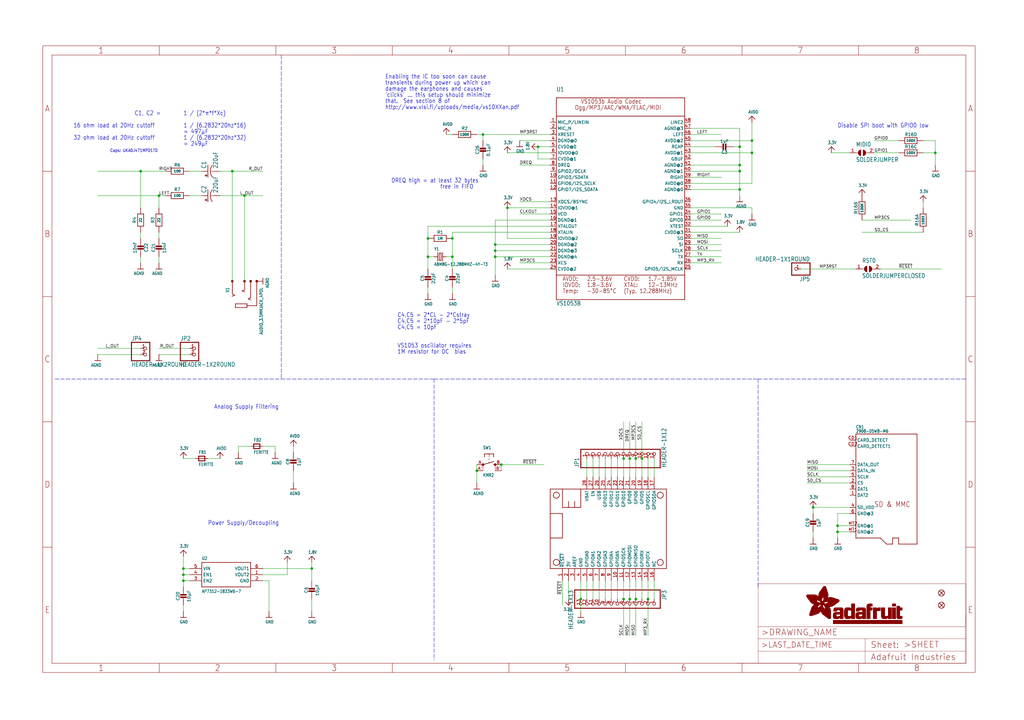
<source format=kicad_sch>
(kicad_sch (version 20211123) (generator eeschema)
  (paper "User" 425.45 299.161)
  (lib_symbols
    (symbol "schematicEagle-eagle-import:1.8V" (power)
      (property "Value" "1.8V" (at -1.524 1.016 0))
      (symbol "1.8V_1_0"
        (pin power_in line (at 0 -2.54 90) (length 2.54) (name "1.8V") (number "1"))
      )
    )
    (symbol "schematicEagle-eagle-import:3.3V" (power)
      (property "Value" "3.3V" (at -1.524 1.016 0))
      (symbol "3.3V_1_0"
        (pin power_in line (at 0 -2.54 90) (length 2.54) (name "3.3V") (number "1"))
      )
    )
    (symbol "schematicEagle-eagle-import:AGND" (power)
      (property "Value" "AGND" (at -1.524 -2.54 0))
      (symbol "AGND_1_0"
        (pin power_in line (at 0 2.54 270) (length 2.54) (name "AGND") (number "1"))
      )
    )
    (symbol "schematicEagle-eagle-import:AUDIO_3.5MMJACK_4POL"
      (property "Reference" "X" (at 2.54 6.35 0))
      (property "Value" "AUDIO_3.5MMJACK_4POL" (at 2.54 -7.62 0))
      (symbol "AUDIO_3.5MMJACK_4POL_1_0"
        (pin passive line (at 5.08 -5.08 180) (length 0) (name "TIP") (number "1-GND"))
        (pin passive line (at 5.08 0 180) (length 0) (name "RING3") (number "2-TIP"))
        (pin passive line (at 5.08 5.08 180) (length 0) (name "RING2") (number "3-OUTER_SLEEVE"))
        (pin passive line (at 5.08 -2.54 180) (length 0) (name "RING1") (number "4-INNER_SLEEVE"))
      )
    )
    (symbol "schematicEagle-eagle-import:AVDD" (power)
      (property "Value" "AVDD" (at -1.524 1.016 0))
      (symbol "AVDD_1_0"
        (pin power_in line (at 0 -2.54 90) (length 2.54) (name "AVDD") (number "1"))
      )
    )
    (symbol "schematicEagle-eagle-import:CAP_CERAMIC0603_NO"
      (property "Reference" "C" (at -2.29 1.25 90))
      (property "Value" "CAP_CERAMIC0603_NO" (at 2.3 1.25 90))
      (symbol "CAP_CERAMIC0603_NO_1_0"
        (pin passive line (at 0 5.08 270) (length 2.54) (name "1") (number "1"))
        (pin passive line (at 0 -2.54 90) (length 2.54) (name "2") (number "2"))
      )
    )
    (symbol "schematicEagle-eagle-import:CAP_CERAMIC0805-NOOUTLINE"
      (property "Reference" "C" (at -2.29 1.25 90))
      (property "Value" "CAP_CERAMIC0805-NOOUTLINE" (at 2.3 1.25 90))
      (symbol "CAP_CERAMIC0805-NOOUTLINE_1_0"
        (pin passive line (at 0 5.08 270) (length 2.54) (name "1") (number "1"))
        (pin passive line (at 0 -2.54 90) (length 2.54) (name "2") (number "2"))
      )
    )
    (symbol "schematicEagle-eagle-import:CAP_CERAMIC_0805MP"
      (property "Reference" "C" (at -2.29 1.25 90))
      (property "Value" "CAP_CERAMIC_0805MP" (at 2.3 1.25 90))
      (symbol "CAP_CERAMIC_0805MP_1_0"
        (pin passive line (at 0 5.08 270) (length 2.54) (name "1") (number "1"))
        (pin passive line (at 0 -2.54 90) (length 2.54) (name "2") (number "2"))
      )
    )
    (symbol "schematicEagle-eagle-import:CPOL-USC"
      (property "Reference" "C" (at 1.016 0.635 0))
      (property "Value" "CPOL-USC" (at 1.016 -4.191 0))
      (symbol "CPOL-USC_1_0"
        (pin passive line (at 0 2.54 270) (length 2.54) (name "+") (number "+"))
        (pin passive line (at 0 -5.08 90) (length 2.54) (name "-") (number "-"))
      )
    )
    (symbol "schematicEagle-eagle-import:CRYSTAL3.2X2.5"
      (property "Reference" "Y" (at -2.54 2.54 0))
      (property "Value" "CRYSTAL3.2X2.5" (at -2.54 -3.81 0))
      (symbol "CRYSTAL3.2X2.5_1_0"
        (pin passive line (at -2.54 0 0) (length 0) (name "1") (number "1"))
        (pin passive line (at 2.54 0 180) (length 0) (name "2") (number "2"))
      )
    )
    (symbol "schematicEagle-eagle-import:FEATHERWING_NODIM"
      (symbol "FEATHERWING_NODIM_1_0"
        (pin input line (at 5.08 -5.08 90) (length 5.08) (name "~{RESET}") (number "1"))
        (pin bidirectional line (at 27.94 -5.08 90) (length 5.08) (name "GPIOA5") (number "10"))
        (pin bidirectional line (at 30.48 -5.08 90) (length 5.08) (name "GPIOSCK") (number "11"))
        (pin bidirectional line (at 33.02 -5.08 90) (length 5.08) (name "GPIOMOSI") (number "12"))
        (pin bidirectional line (at 35.56 -5.08 90) (length 5.08) (name "GPIOMISO") (number "13"))
        (pin bidirectional line (at 38.1 -5.08 90) (length 5.08) (name "GPIORX") (number "14"))
        (pin bidirectional line (at 40.64 -5.08 90) (length 5.08) (name "GPIOTX") (number "15"))
        (pin passive line (at 43.18 -5.08 90) (length 5.08) (name "NC") (number "16"))
        (pin bidirectional line (at 43.18 38.1 270) (length 5.08) (name "GPIOSDA") (number "17"))
        (pin bidirectional line (at 40.64 38.1 270) (length 5.08) (name "GPIOSCL") (number "18"))
        (pin bidirectional line (at 38.1 38.1 270) (length 5.08) (name "GPIO5") (number "19"))
        (pin power_in line (at 7.62 -5.08 90) (length 5.08) (name "3V") (number "2"))
        (pin bidirectional line (at 35.56 38.1 270) (length 5.08) (name "GPIO6") (number "20"))
        (pin bidirectional line (at 33.02 38.1 270) (length 5.08) (name "GPIO9") (number "21"))
        (pin bidirectional line (at 30.48 38.1 270) (length 5.08) (name "GPIO10") (number "22"))
        (pin bidirectional line (at 27.94 38.1 270) (length 5.08) (name "GPIO11") (number "23"))
        (pin bidirectional line (at 25.4 38.1 270) (length 5.08) (name "GPIO12") (number "24"))
        (pin bidirectional line (at 22.86 38.1 270) (length 5.08) (name "GPIO13") (number "25"))
        (pin power_in line (at 20.32 38.1 270) (length 5.08) (name "USB") (number "26"))
        (pin passive line (at 17.78 38.1 270) (length 5.08) (name "EN") (number "27"))
        (pin power_in line (at 15.24 38.1 270) (length 5.08) (name "VBAT") (number "28"))
        (pin passive line (at 10.16 -5.08 90) (length 5.08) (name "AREF") (number "3"))
        (pin power_in line (at 12.7 -5.08 90) (length 5.08) (name "GND") (number "4"))
        (pin bidirectional line (at 15.24 -5.08 90) (length 5.08) (name "GPIOA0") (number "5"))
        (pin bidirectional line (at 17.78 -5.08 90) (length 5.08) (name "GPIOA1") (number "6"))
        (pin bidirectional line (at 20.32 -5.08 90) (length 5.08) (name "GPIOA2") (number "7"))
        (pin bidirectional line (at 22.86 -5.08 90) (length 5.08) (name "GPIOA3") (number "8"))
        (pin bidirectional line (at 25.4 -5.08 90) (length 5.08) (name "GPIOA4") (number "9"))
      )
    )
    (symbol "schematicEagle-eagle-import:FERRITE-0805NO"
      (property "Reference" "FB" (at -1.27 1.905 0))
      (property "Value" "FERRITE-0805NO" (at -1.27 -3.175 0))
      (symbol "FERRITE-0805NO_1_0"
        (pin passive line (at -2.54 0 0) (length 2.54) (name "P$1") (number "1"))
        (pin passive line (at 2.54 0 180) (length 2.54) (name "P$2") (number "2"))
      )
    )
    (symbol "schematicEagle-eagle-import:FIDUCIAL{dblquote}{dblquote}")
    (symbol "schematicEagle-eagle-import:FRAME_A3_ADAFRUIT"
      (symbol "FRAME_A3_ADAFRUIT_0_0"
        (text "1" (at 24.2094 1.905 0) (effects (font (size 2.54 2.286))))
        (text "1" (at 24.2094 258.445 0) (effects (font (size 2.54 2.286))))
        (text "2" (at 72.6281 1.905 0) (effects (font (size 2.54 2.286))))
        (text "2" (at 72.6281 258.445 0) (effects (font (size 2.54 2.286))))
        (text "3" (at 121.0469 1.905 0) (effects (font (size 2.54 2.286))))
        (text "3" (at 121.0469 258.445 0) (effects (font (size 2.54 2.286))))
        (text "4" (at 169.4656 1.905 0) (effects (font (size 2.54 2.286))))
        (text "4" (at 169.4656 258.445 0) (effects (font (size 2.54 2.286))))
        (text "5" (at 217.8844 1.905 0) (effects (font (size 2.54 2.286))))
        (text "5" (at 217.8844 258.445 0) (effects (font (size 2.54 2.286))))
        (text "6" (at 266.3031 1.905 0) (effects (font (size 2.54 2.286))))
        (text "6" (at 266.3031 258.445 0) (effects (font (size 2.54 2.286))))
        (text "7" (at 314.7219 1.905 0) (effects (font (size 2.54 2.286))))
        (text "7" (at 314.7219 258.445 0) (effects (font (size 2.54 2.286))))
        (text "8" (at 363.1406 1.905 0) (effects (font (size 2.54 2.286))))
        (text "8" (at 363.1406 258.445 0) (effects (font (size 2.54 2.286))))
        (text "A" (at 1.905 234.315 0) (effects (font (size 2.54 2.286))))
        (text "A" (at 385.445 234.315 0) (effects (font (size 2.54 2.286))))
        (text "B" (at 1.905 182.245 0) (effects (font (size 2.54 2.286))))
        (text "B" (at 385.445 182.245 0) (effects (font (size 2.54 2.286))))
        (text "C" (at 1.905 130.175 0) (effects (font (size 2.54 2.286))))
        (text "C" (at 385.445 130.175 0) (effects (font (size 2.54 2.286))))
        (text "D" (at 1.905 78.105 0) (effects (font (size 2.54 2.286))))
        (text "D" (at 385.445 78.105 0) (effects (font (size 2.54 2.286))))
        (text "E" (at 1.905 26.035 0) (effects (font (size 2.54 2.286))))
        (text "E" (at 385.445 26.035 0) (effects (font (size 2.54 2.286))))
      )
      (symbol "FRAME_A3_ADAFRUIT_1_0"
        (text ">DRAWING_NAME" (at 298.45 15.24 0) (effects (font (size 2.54 2.54)) (justify left bottom)))
        (text ">LAST_DATE_TIME" (at 298.45 10.16 0) (effects (font (size 2.286 2.286)) (justify left bottom)))
        (text ">SHEET" (at 357.505 10.16 0) (effects (font (size 2.54 2.54)) (justify left bottom)))
        (text "Adafruit Industries" (at 343.916 4.953 0) (effects (font (size 2.54 2.54)) (justify left bottom)))
        (text "Sheet:" (at 343.916 10.033 0) (effects (font (size 2.54 2.54)) (justify left bottom)))
      )
    )
    (symbol "schematicEagle-eagle-import:GND" (power)
      (property "Value" "GND" (at -1.524 -2.54 0))
      (symbol "GND_1_0"
        (pin power_in line (at 0 2.54 270) (length 2.54) (name "GND") (number "1"))
      )
    )
    (symbol "schematicEagle-eagle-import:HEADER-1X12"
      (property "Reference" "JP" (at -6.35 18.415 0))
      (property "Value" "HEADER-1X12" (at -6.35 -17.78 0))
      (symbol "HEADER-1X12_1_0"
        (pin passive inverted (at -2.54 15.24 0) (length 2.54) (name "1") (number "1"))
        (pin passive inverted (at -2.54 -7.62 0) (length 2.54) (name "10") (number "10"))
        (pin passive inverted (at -2.54 -10.16 0) (length 2.54) (name "11") (number "11"))
        (pin passive inverted (at -2.54 -12.7 0) (length 2.54) (name "12") (number "12"))
        (pin passive inverted (at -2.54 12.7 0) (length 2.54) (name "2") (number "2"))
        (pin passive inverted (at -2.54 10.16 0) (length 2.54) (name "3") (number "3"))
        (pin passive inverted (at -2.54 7.62 0) (length 2.54) (name "4") (number "4"))
        (pin passive inverted (at -2.54 5.08 0) (length 2.54) (name "5") (number "5"))
        (pin passive inverted (at -2.54 2.54 0) (length 2.54) (name "6") (number "6"))
        (pin passive inverted (at -2.54 0 0) (length 2.54) (name "7") (number "7"))
        (pin passive inverted (at -2.54 -2.54 0) (length 2.54) (name "8") (number "8"))
        (pin passive inverted (at -2.54 -5.08 0) (length 2.54) (name "9") (number "9"))
      )
    )
    (symbol "schematicEagle-eagle-import:HEADER-1X13"
      (property "Reference" "JP" (at -6.35 18.415 0))
      (property "Value" "HEADER-1X13" (at -6.35 -20.32 0))
      (symbol "HEADER-1X13_1_0"
        (pin passive inverted (at -2.54 15.24 0) (length 2.54) (name "1") (number "1"))
        (pin passive inverted (at -2.54 -7.62 0) (length 2.54) (name "10") (number "10"))
        (pin passive inverted (at -2.54 -10.16 0) (length 2.54) (name "11") (number "11"))
        (pin passive inverted (at -2.54 -12.7 0) (length 2.54) (name "12") (number "12"))
        (pin passive inverted (at -2.54 -15.24 0) (length 2.54) (name "13") (number "13"))
        (pin passive inverted (at -2.54 12.7 0) (length 2.54) (name "2") (number "2"))
        (pin passive inverted (at -2.54 10.16 0) (length 2.54) (name "3") (number "3"))
        (pin passive inverted (at -2.54 7.62 0) (length 2.54) (name "4") (number "4"))
        (pin passive inverted (at -2.54 5.08 0) (length 2.54) (name "5") (number "5"))
        (pin passive inverted (at -2.54 2.54 0) (length 2.54) (name "6") (number "6"))
        (pin passive inverted (at -2.54 0 0) (length 2.54) (name "7") (number "7"))
        (pin passive inverted (at -2.54 -2.54 0) (length 2.54) (name "8") (number "8"))
        (pin passive inverted (at -2.54 -5.08 0) (length 2.54) (name "9") (number "9"))
      )
    )
    (symbol "schematicEagle-eagle-import:HEADER-1X1ROUND"
      (property "Reference" "JP" (at -6.35 3.175 0))
      (property "Value" "HEADER-1X1ROUND" (at -6.35 -5.08 0))
      (symbol "HEADER-1X1ROUND_1_0"
        (pin passive inverted (at -2.54 0 0) (length 2.54) (name "1") (number "1"))
      )
    )
    (symbol "schematicEagle-eagle-import:HEADER-1X2ROUND"
      (property "Reference" "JP" (at -6.35 5.715 0))
      (property "Value" "HEADER-1X2ROUND" (at -6.35 -5.08 0))
      (symbol "HEADER-1X2ROUND_1_0"
        (pin passive inverted (at -2.54 2.54 0) (length 2.54) (name "1") (number "1"))
        (pin passive inverted (at -2.54 0 0) (length 2.54) (name "2") (number "2"))
      )
    )
    (symbol "schematicEagle-eagle-import:MICROSD"
      (property "Reference" "X" (at -12.7 22.606 0))
      (property "Value" "MICROSD" (at -12.7 20.828 0))
      (symbol "MICROSD_1_0"
        (text "SD & MMC" (at -5.08 -10.16 0) (effects (font (size 2.1844 1.8567)) (justify left bottom)))
        (pin bidirectional line (at -15.24 -5.08 0) (length 2.54) (name "DAT2") (number "1"))
        (pin input line (at -15.24 0 0) (length 2.54) (name "CS") (number "2"))
        (pin input line (at -15.24 5.08 0) (length 2.54) (name "DATA_IN") (number "3"))
        (pin power_in line (at -15.24 -10.16 0) (length 2.54) (name "SD_VDD") (number "4"))
        (pin input line (at -15.24 2.54 0) (length 2.54) (name "SCLK") (number "5"))
        (pin power_in line (at -15.24 -12.7 0) (length 2.54) (name "GND@3") (number "6"))
        (pin output line (at -15.24 7.62 0) (length 2.54) (name "DATA_OUT") (number "7"))
        (pin bidirectional line (at -15.24 -2.54 0) (length 2.54) (name "DAT1") (number "8"))
        (pin passive line (at -15.24 17.78 0) (length 2.54) (name "CARD_DETECT") (number "CD1"))
        (pin passive line (at -15.24 15.24 0) (length 2.54) (name "CARD_DETECT1") (number "CD2"))
        (pin power_in line (at -15.24 -20.32 0) (length 2.54) (name "GND@2") (number "MT1"))
        (pin power_in line (at -15.24 -17.78 0) (length 2.54) (name "GND@1") (number "MT2"))
      )
    )
    (symbol "schematicEagle-eagle-import:RESISTOR_0603_NOOUT"
      (property "Reference" "R" (at 0 2.54 0))
      (property "Value" "RESISTOR_0603_NOOUT" (at 0 0 0))
      (symbol "RESISTOR_0603_NOOUT_1_0"
        (pin passive line (at -5.08 0 0) (length 2.54) (name "1") (number "1"))
        (pin passive line (at 5.08 0 180) (length 2.54) (name "2") (number "2"))
      )
    )
    (symbol "schematicEagle-eagle-import:RESISTOR_4PACK"
      (property "Reference" "R" (at 0 2.54 0))
      (property "Value" "RESISTOR_4PACK" (at 0 0 0))
      (symbol "RESISTOR_4PACK_1_0"
        (pin passive line (at -5.08 0 0) (length 2.54) (name "1") (number "1"))
        (pin passive line (at 5.08 0 180) (length 2.54) (name "2") (number "8"))
      )
      (symbol "RESISTOR_4PACK_2_0"
        (pin passive line (at -5.08 0 0) (length 2.54) (name "1") (number "2"))
        (pin passive line (at 5.08 0 180) (length 2.54) (name "2") (number "7"))
      )
      (symbol "RESISTOR_4PACK_3_0"
        (pin passive line (at -5.08 0 0) (length 2.54) (name "1") (number "3"))
        (pin passive line (at 5.08 0 180) (length 2.54) (name "2") (number "6"))
      )
      (symbol "RESISTOR_4PACK_4_0"
        (pin passive line (at -5.08 0 0) (length 2.54) (name "1") (number "4"))
        (pin passive line (at 5.08 0 180) (length 2.54) (name "2") (number "5"))
      )
    )
    (symbol "schematicEagle-eagle-import:SOLDERJUMPER"
      (property "Reference" "SJ" (at -2.54 2.54 0))
      (property "Value" "SOLDERJUMPER" (at -2.54 -3.81 0))
      (symbol "SOLDERJUMPER_1_0"
        (pin passive line (at -5.08 0 0) (length 2.54) (name "1") (number "1"))
        (pin passive line (at 5.08 0 180) (length 2.54) (name "2") (number "2"))
      )
    )
    (symbol "schematicEagle-eagle-import:SOLDERJUMPERCLOSED"
      (property "Reference" "SJ" (at -2.54 2.54 0))
      (property "Value" "SOLDERJUMPERCLOSED" (at -2.54 -3.81 0))
      (symbol "SOLDERJUMPERCLOSED_1_0"
        (pin passive line (at -5.08 0 0) (length 2.54) (name "1") (number "1"))
        (pin passive line (at 5.08 0 180) (length 2.54) (name "2") (number "2"))
      )
    )
    (symbol "schematicEagle-eagle-import:SWITCH_TACT_SMT4.6X2.8"
      (property "Reference" "SW" (at -2.54 6.35 0))
      (property "Value" "SWITCH_TACT_SMT4.6X2.8" (at -2.54 -5.08 0))
      (symbol "SWITCH_TACT_SMT4.6X2.8_1_0"
        (pin passive line (at -5.08 0 0) (length 2.54) (name "P") (number "A"))
        (pin passive line (at -5.08 -2.54 0) (length 2.54) (name "P1") (number "A'"))
        (pin passive line (at 5.08 0 180) (length 2.54) (name "S") (number "B"))
        (pin passive line (at 5.08 -2.54 180) (length 2.54) (name "S1") (number "B'"))
      )
    )
    (symbol "schematicEagle-eagle-import:VREG_SOT23-6_DUALAP7312"
      (property "Reference" "U" (at -10.16 6.096 0))
      (property "Value" "VREG_SOT23-6_DUALAP7312" (at -10.16 -7.62 0))
      (symbol "VREG_SOT23-6_DUALAP7312_1_0"
        (pin bidirectional line (at 15.24 0 180) (length 5.08) (name "VOUT2") (number "1"))
        (pin bidirectional line (at 15.24 -2.54 180) (length 5.08) (name "GND") (number "2"))
        (pin bidirectional line (at -15.24 -2.54 0) (length 5.08) (name "EN2") (number "3"))
        (pin bidirectional line (at -15.24 0 0) (length 5.08) (name "EN1") (number "4"))
        (pin bidirectional line (at -15.24 2.54 0) (length 5.08) (name "VIN") (number "5"))
        (pin bidirectional line (at 15.24 2.54 180) (length 5.08) (name "VOUT1") (number "6"))
      )
    )
    (symbol "schematicEagle-eagle-import:VS1053B"
      (property "Reference" "U" (at -25.4 43.18 0))
      (property "Value" "VS1053B" (at -25.4 -45.72 0))
      (symbol "VS1053B_1_0"
        (text "(Typ. 12.288MHz)" (at 2.54 -40.64 0) (effects (font (size 1.778 1.5113)) (justify left bottom)))
        (text "-30-85°C" (at -12.7 -40.64 0) (effects (font (size 1.778 1.5113)) (justify left bottom)))
        (text "1.7-1.85V" (at 12.7 -35.56 0) (effects (font (size 1.778 1.5113)) (justify left bottom)))
        (text "1.8-3.6V" (at -12.7 -38.1 0) (effects (font (size 1.778 1.5113)) (justify left bottom)))
        (text "12-13MHz" (at 12.7 -38.1 0) (effects (font (size 1.778 1.5113)) (justify left bottom)))
        (text "2.5-3.6V" (at -12.7 -35.56 0) (effects (font (size 1.778 1.5113)) (justify left bottom)))
        (text "AVDD:" (at -22.86 -35.56 0) (effects (font (size 1.778 1.5113)) (justify left bottom)))
        (text "CVDD:" (at 2.54 -35.56 0) (effects (font (size 1.778 1.5113)) (justify left bottom)))
        (text "IOVDD:" (at -22.86 -38.1 0) (effects (font (size 1.778 1.5113)) (justify left bottom)))
        (text "Ogg/MP3/AAC/WMA/FLAC/MIDI" (at -17.78 35.56 0) (effects (font (size 1.778 1.5113)) (justify left bottom)))
        (text "Temp:" (at -22.86 -40.64 0) (effects (font (size 1.778 1.5113)) (justify left bottom)))
        (text "VS1053b Audio Codec" (at -15.24 38.1 0) (effects (font (size 1.778 1.5113)) (justify left bottom)))
        (text "XTAL:" (at 2.54 -38.1 0) (effects (font (size 1.778 1.5113)) (justify left bottom)))
        (pin bidirectional line (at -27.94 30.48 0) (length 2.54) (name "MIC_P/LINEIN") (number "1"))
        (pin bidirectional line (at -27.94 7.62 0) (length 2.54) (name "GPIO3/SDATA") (number "10"))
        (pin bidirectional line (at -27.94 5.08 0) (length 2.54) (name "GPIO6/I2S_SCLK") (number "11"))
        (pin bidirectional line (at -27.94 2.54 0) (length 2.54) (name "GPIO7/I2S_SDATA") (number "12"))
        (pin bidirectional line (at -27.94 -2.54 0) (length 2.54) (name "XDCS/BSYNC") (number "13"))
        (pin power_in line (at -27.94 -5.08 0) (length 2.54) (name "IOVDD@1") (number "14"))
        (pin bidirectional line (at -27.94 -7.62 0) (length 2.54) (name "VCO") (number "15"))
        (pin power_in line (at -27.94 -10.16 0) (length 2.54) (name "DGND@1") (number "16"))
        (pin output line (at -27.94 -12.7 0) (length 2.54) (name "XTALOUT") (number "17"))
        (pin input line (at -27.94 -15.24 0) (length 2.54) (name "XTALIN") (number "18"))
        (pin power_in line (at -27.94 -17.78 0) (length 2.54) (name "IOVDD@2") (number "19"))
        (pin bidirectional line (at -27.94 27.94 0) (length 2.54) (name "MIC_N") (number "2"))
        (pin power_in line (at -27.94 -20.32 0) (length 2.54) (name "DGND@2") (number "20"))
        (pin power_in line (at -27.94 -22.86 0) (length 2.54) (name "DGND@3") (number "21"))
        (pin power_in line (at -27.94 -25.4 0) (length 2.54) (name "DGND@4") (number "22"))
        (pin bidirectional line (at -27.94 -27.94 0) (length 2.54) (name "XCS") (number "23"))
        (pin power_in line (at -27.94 -30.48 0) (length 2.54) (name "CVDD@2") (number "24"))
        (pin bidirectional line (at 30.48 -30.48 180) (length 2.54) (name "GPIO5/I2S_MCLK") (number "25"))
        (pin bidirectional line (at 30.48 -27.94 180) (length 2.54) (name "RX") (number "26"))
        (pin bidirectional line (at 30.48 -25.4 180) (length 2.54) (name "TX") (number "27"))
        (pin bidirectional line (at 30.48 -22.86 180) (length 2.54) (name "SCLK") (number "28"))
        (pin bidirectional line (at 30.48 -20.32 180) (length 2.54) (name "SI") (number "29"))
        (pin bidirectional line (at -27.94 25.4 0) (length 2.54) (name "XRESET") (number "3"))
        (pin bidirectional line (at 30.48 -17.78 180) (length 2.54) (name "SO") (number "30"))
        (pin power_in line (at 30.48 -15.24 180) (length 2.54) (name "CVDD@3") (number "31"))
        (pin bidirectional line (at 30.48 -12.7 180) (length 2.54) (name "XTEST") (number "32"))
        (pin bidirectional line (at 30.48 -10.16 180) (length 2.54) (name "GPIO0") (number "33"))
        (pin bidirectional line (at 30.48 -7.62 180) (length 2.54) (name "GPIO1") (number "34"))
        (pin power_in line (at 30.48 -5.08 180) (length 2.54) (name "GND") (number "35"))
        (pin bidirectional line (at 30.48 -2.54 180) (length 2.54) (name "GPIO4/I2S_LROUT") (number "36"))
        (pin power_in line (at 30.48 2.54 180) (length 2.54) (name "AGND@0") (number "37"))
        (pin power_in line (at 30.48 5.08 180) (length 2.54) (name "AVDD@0") (number "38"))
        (pin bidirectional line (at 30.48 7.62 180) (length 2.54) (name "RIGHT") (number "39"))
        (pin power_in line (at -27.94 22.86 0) (length 2.54) (name "DGND@0") (number "4"))
        (pin power_in line (at 30.48 10.16 180) (length 2.54) (name "AGND@1") (number "40"))
        (pin power_in line (at 30.48 12.7 180) (length 2.54) (name "AGND@2") (number "41"))
        (pin bidirectional line (at 30.48 15.24 180) (length 2.54) (name "GBUF") (number "42"))
        (pin power_in line (at 30.48 17.78 180) (length 2.54) (name "AVDD@1") (number "43"))
        (pin bidirectional line (at 30.48 20.32 180) (length 2.54) (name "RCAP") (number "44"))
        (pin power_in line (at 30.48 22.86 180) (length 2.54) (name "AVDD@2") (number "45"))
        (pin bidirectional line (at 30.48 25.4 180) (length 2.54) (name "LEFT") (number "46"))
        (pin power_in line (at 30.48 27.94 180) (length 2.54) (name "AGND@3") (number "47"))
        (pin bidirectional line (at 30.48 30.48 180) (length 2.54) (name "LINE2") (number "48"))
        (pin power_in line (at -27.94 20.32 0) (length 2.54) (name "CVDD@0") (number "5"))
        (pin power_in line (at -27.94 17.78 0) (length 2.54) (name "IOVDD@0") (number "6"))
        (pin power_in line (at -27.94 15.24 0) (length 2.54) (name "CVDD@1") (number "7"))
        (pin bidirectional line (at -27.94 12.7 0) (length 2.54) (name "DREQ") (number "8"))
        (pin bidirectional line (at -27.94 10.16 0) (length 2.54) (name "GPIO2/DCLK") (number "9"))
      )
    )
  )
  (junction (at 200.66 55.88))
  (junction (at 259.08 248.92))
  (junction (at 58.42 71.12))
  (junction (at 312.42 58.42))
  (junction (at 205.74 104.14))
  (junction (at 205.74 101.6))
  (junction (at 66.04 81.28))
  (junction (at 347.98 220.98))
  (junction (at 337.82 210.82))
  (junction (at 269.24 248.92))
  (junction (at 76.2 238.76))
  (junction (at 312.42 63.5))
  (junction (at 307.34 60.96))
  (junction (at 223.52 60.96))
  (junction (at 187.96 106.68))
  (junction (at 264.16 190.5))
  (junction (at 307.34 78.74))
  (junction (at 259.08 190.5))
  (junction (at 187.96 99.06))
  (junction (at 210.82 86.36))
  (junction (at 129.54 236.22))
  (junction (at 177.8 99.06))
  (junction (at 347.98 218.44))
  (junction (at 261.62 190.5))
  (junction (at 307.34 71.12))
  (junction (at 76.2 241.3))
  (junction (at 264.16 248.92))
  (junction (at 198.12 195.58))
  (junction (at 96.52 71.12))
  (junction (at 101.6 81.28))
  (junction (at 261.62 248.92))
  (junction (at 266.7 190.5))
  (junction (at 208.28 193.04))
  (junction (at 205.74 106.68))
  (junction (at 76.2 236.22))
  (junction (at 241.3 248.92))
  (junction (at 388.62 63.5))
  (junction (at 307.34 68.58))
  (junction (at 177.8 106.68))
  (wire (pts (xy 287.02 104.14) (xy 299.72 104.14)))
  (wire (pts (xy 208.28 193.04) (xy 208.28 195.58)))
  (wire (pts (xy 269.24 248.92) (xy 269.24 241.3)))
  (wire (pts (xy 307.34 71.12) (xy 307.34 78.74)))
  (wire (pts (xy 76.2 241.3) (xy 76.2 243.84)))
  (wire (pts (xy 228.6 106.68) (xy 205.74 106.68)))
  (wire (pts (xy 236.22 248.92) (xy 236.22 241.3)))
  (wire (pts (xy 287.02 101.6) (xy 299.72 101.6)))
  (wire (pts (xy 66.04 147.32) (xy 78.74 147.32)))
  (wire (pts (xy 287.02 76.2) (xy 312.42 76.2)))
  (wire (pts (xy 383.54 58.42) (xy 388.62 58.42)))
  (wire (pts (xy 228.6 93.98) (xy 177.8 93.98)))
  (wire (pts (xy 228.6 109.22) (xy 215.9 109.22)))
  (wire (pts (xy 251.46 190.5) (xy 251.46 198.12)))
  (wire (pts (xy 264.16 190.5) (xy 264.16 198.12)))
  (wire (pts (xy 121.92 195.58) (xy 121.92 200.66)))
  (wire (pts (xy 58.42 71.12) (xy 58.42 86.36)))
  (wire (pts (xy 66.04 81.28) (xy 40.64 81.28)))
  (wire (pts (xy 76.2 251.46) (xy 76.2 254)))
  (wire (pts (xy 246.38 190.5) (xy 246.38 198.12)))
  (wire (pts (xy 261.62 264.16) (xy 261.62 248.92)))
  (wire (pts (xy 109.22 236.22) (xy 129.54 236.22)))
  (wire (pts (xy 251.46 248.92) (xy 251.46 241.3)))
  (wire (pts (xy 347.98 213.36) (xy 347.98 218.44)))
  (wire (pts (xy 287.02 99.06) (xy 299.72 99.06)))
  (wire (pts (xy 287.02 88.9) (xy 299.72 88.9)))
  (wire (pts (xy 353.06 210.82) (xy 337.82 210.82)))
  (wire (pts (xy 187.96 99.06) (xy 187.96 106.68)))
  (wire (pts (xy 254 248.92) (xy 254 241.3)))
  (wire (pts (xy 205.74 101.6) (xy 205.74 104.14)))
  (polyline (pts (xy 314.96 157.48) (xy 401.32 157.48)))
  (wire (pts (xy 243.84 248.92) (xy 243.84 241.3)))
  (wire (pts (xy 248.92 248.92) (xy 248.92 241.3)))
  (wire (pts (xy 78.74 81.28) (xy 83.82 81.28)))
  (wire (pts (xy 312.42 63.5) (xy 312.42 76.2)))
  (wire (pts (xy 287.02 78.74) (xy 307.34 78.74)))
  (wire (pts (xy 228.6 91.44) (xy 205.74 91.44)))
  (wire (pts (xy 68.58 71.12) (xy 58.42 71.12)))
  (wire (pts (xy 114.3 185.42) (xy 114.3 187.96)))
  (wire (pts (xy 177.8 99.06) (xy 177.8 106.68)))
  (wire (pts (xy 121.92 185.42) (xy 121.92 187.96)))
  (wire (pts (xy 347.98 218.44) (xy 347.98 220.98)))
  (wire (pts (xy 68.58 81.28) (xy 66.04 81.28)))
  (wire (pts (xy 269.24 190.5) (xy 269.24 198.12)))
  (wire (pts (xy 256.54 248.92) (xy 256.54 241.3)))
  (wire (pts (xy 200.66 66.04) (xy 200.66 68.58)))
  (wire (pts (xy 256.54 190.5) (xy 256.54 198.12)))
  (wire (pts (xy 307.34 68.58) (xy 307.34 71.12)))
  (wire (pts (xy 40.64 147.32) (xy 58.42 147.32)))
  (wire (pts (xy 388.62 63.5) (xy 388.62 68.58)))
  (wire (pts (xy 264.16 190.5) (xy 264.16 175.26)))
  (wire (pts (xy 177.8 93.98) (xy 177.8 99.06)))
  (polyline (pts (xy 22.86 157.48) (xy 116.84 157.48)))
  (wire (pts (xy 228.6 63.5) (xy 210.82 63.5)))
  (wire (pts (xy 76.2 238.76) (xy 76.2 236.22)))
  (wire (pts (xy 205.74 106.68) (xy 205.74 114.3)))
  (wire (pts (xy 353.06 200.66) (xy 335.28 200.66)))
  (wire (pts (xy 259.08 248.92) (xy 259.08 241.3)))
  (wire (pts (xy 205.74 91.44) (xy 205.74 101.6)))
  (wire (pts (xy 378.46 91.44) (xy 358.14 91.44)))
  (wire (pts (xy 119.38 238.76) (xy 119.38 233.68)))
  (wire (pts (xy 228.6 55.88) (xy 200.66 55.88)))
  (wire (pts (xy 353.06 195.58) (xy 335.28 195.58)))
  (wire (pts (xy 264.16 248.92) (xy 264.16 241.3)))
  (wire (pts (xy 76.2 236.22) (xy 76.2 231.14)))
  (wire (pts (xy 200.66 55.88) (xy 200.66 58.42)))
  (wire (pts (xy 312.42 86.36) (xy 312.42 88.9)))
  (wire (pts (xy 187.96 55.88) (xy 185.42 55.88)))
  (wire (pts (xy 383.54 86.36) (xy 383.54 83.82)))
  (wire (pts (xy 99.06 185.42) (xy 104.14 185.42)))
  (polyline (pts (xy 180.34 157.48) (xy 314.96 157.48)))
  (wire (pts (xy 355.6 111.76) (xy 332.74 111.76)))
  (wire (pts (xy 66.04 81.28) (xy 66.04 86.36)))
  (wire (pts (xy 259.08 190.5) (xy 259.08 175.26)))
  (wire (pts (xy 228.6 58.42) (xy 215.9 58.42)))
  (wire (pts (xy 210.82 99.06) (xy 210.82 86.36)))
  (wire (pts (xy 383.54 63.5) (xy 388.62 63.5)))
  (wire (pts (xy 353.06 63.5) (xy 345.44 63.5)))
  (wire (pts (xy 228.6 99.06) (xy 210.82 99.06)))
  (wire (pts (xy 78.74 144.78) (xy 66.04 144.78)))
  (wire (pts (xy 307.34 78.74) (xy 307.34 81.28)))
  (wire (pts (xy 307.34 60.96) (xy 307.34 68.58)))
  (wire (pts (xy 287.02 63.5) (xy 312.42 63.5)))
  (wire (pts (xy 91.44 81.28) (xy 101.6 81.28)))
  (wire (pts (xy 78.74 238.76) (xy 76.2 238.76)))
  (wire (pts (xy 261.62 190.5) (xy 261.62 198.12)))
  (wire (pts (xy 228.6 111.76) (xy 210.82 111.76)))
  (wire (pts (xy 287.02 93.98) (xy 302.26 93.98)))
  (wire (pts (xy 66.04 106.68) (xy 66.04 109.22)))
  (wire (pts (xy 241.3 248.92) (xy 241.3 241.3)))
  (wire (pts (xy 76.2 190.5) (xy 81.28 190.5)))
  (wire (pts (xy 363.22 58.42) (xy 373.38 58.42)))
  (wire (pts (xy 111.76 241.3) (xy 111.76 254)))
  (wire (pts (xy 312.42 50.8) (xy 312.42 58.42)))
  (wire (pts (xy 287.02 53.34) (xy 307.34 53.34)))
  (wire (pts (xy 248.92 190.5) (xy 248.92 198.12)))
  (polyline (pts (xy 180.34 157.48) (xy 180.34 274.32)))
  (wire (pts (xy 205.74 104.14) (xy 205.74 106.68)))
  (wire (pts (xy 337.82 210.82) (xy 337.82 213.36)))
  (wire (pts (xy 363.22 63.5) (xy 373.38 63.5)))
  (wire (pts (xy 96.52 71.12) (xy 109.22 71.12)))
  (wire (pts (xy 129.54 236.22) (xy 129.54 233.68)))
  (wire (pts (xy 261.62 175.26) (xy 261.62 190.5)))
  (wire (pts (xy 297.18 60.96) (xy 287.02 60.96)))
  (wire (pts (xy 86.36 190.5) (xy 91.44 190.5)))
  (polyline (pts (xy 116.84 22.86) (xy 116.84 157.48)))
  (wire (pts (xy 228.6 66.04) (xy 223.52 66.04)))
  (wire (pts (xy 287.02 96.52) (xy 307.34 96.52)))
  (wire (pts (xy 337.82 220.98) (xy 337.82 223.52)))
  (wire (pts (xy 198.12 195.58) (xy 198.12 200.66)))
  (wire (pts (xy 228.6 86.36) (xy 210.82 86.36)))
  (wire (pts (xy 388.62 58.42) (xy 388.62 63.5)))
  (wire (pts (xy 233.68 241.3) (xy 233.68 251.46)))
  (wire (pts (xy 271.78 248.92) (xy 271.78 241.3)))
  (wire (pts (xy 177.8 119.38) (xy 177.8 121.92)))
  (wire (pts (xy 78.74 71.12) (xy 83.82 71.12)))
  (wire (pts (xy 91.44 71.12) (xy 96.52 71.12)))
  (wire (pts (xy 266.7 190.5) (xy 266.7 175.26)))
  (wire (pts (xy 99.06 187.96) (xy 99.06 185.42)))
  (wire (pts (xy 287.02 86.36) (xy 312.42 86.36)))
  (wire (pts (xy 78.74 236.22) (xy 76.2 236.22)))
  (wire (pts (xy 208.28 193.04) (xy 226.06 193.04)))
  (wire (pts (xy 304.8 60.96) (xy 307.34 60.96)))
  (wire (pts (xy 271.78 190.5) (xy 271.78 198.12)))
  (polyline (pts (xy 116.84 157.48) (xy 180.34 157.48)))
  (wire (pts (xy 78.74 241.3) (xy 76.2 241.3)))
  (wire (pts (xy 287.02 109.22) (xy 299.72 109.22)))
  (wire (pts (xy 353.06 198.12) (xy 335.28 198.12)))
  (wire (pts (xy 287.02 68.58) (xy 307.34 68.58)))
  (wire (pts (xy 185.42 106.68) (xy 187.96 106.68)))
  (wire (pts (xy 347.98 220.98) (xy 347.98 223.52)))
  (wire (pts (xy 96.52 116.84) (xy 96.52 71.12)))
  (wire (pts (xy 353.06 218.44) (xy 347.98 218.44)))
  (wire (pts (xy 353.06 213.36) (xy 347.98 213.36)))
  (wire (pts (xy 246.38 248.92) (xy 246.38 241.3)))
  (wire (pts (xy 58.42 106.68) (xy 58.42 109.22)))
  (wire (pts (xy 287.02 71.12) (xy 307.34 71.12)))
  (wire (pts (xy 177.8 106.68) (xy 177.8 111.76)))
  (wire (pts (xy 287.02 73.66) (xy 299.72 73.66)))
  (wire (pts (xy 109.22 241.3) (xy 111.76 241.3)))
  (wire (pts (xy 228.6 68.58) (xy 215.9 68.58)))
  (wire (pts (xy 187.96 119.38) (xy 187.96 121.92)))
  (wire (pts (xy 365.76 111.76) (xy 391.16 111.76)))
  (wire (pts (xy 307.34 53.34) (xy 307.34 60.96)))
  (wire (pts (xy 287.02 58.42) (xy 312.42 58.42)))
  (wire (pts (xy 287.02 55.88) (xy 299.72 55.88)))
  (wire (pts (xy 266.7 248.92) (xy 266.7 241.3)))
  (wire (pts (xy 353.06 220.98) (xy 347.98 220.98)))
  (wire (pts (xy 129.54 248.92) (xy 129.54 254)))
  (wire (pts (xy 228.6 83.82) (xy 215.9 83.82)))
  (wire (pts (xy 383.54 96.52) (xy 358.14 96.52)))
  (wire (pts (xy 228.6 60.96) (xy 223.52 60.96)))
  (wire (pts (xy 101.6 81.28) (xy 109.22 81.28)))
  (wire (pts (xy 264.16 248.92) (xy 264.16 264.16)))
  (wire (pts (xy 228.6 104.14) (xy 205.74 104.14)))
  (wire (pts (xy 109.22 238.76) (xy 119.38 238.76)))
  (wire (pts (xy 241.3 254) (xy 241.3 248.92)))
  (wire (pts (xy 312.42 58.42) (xy 312.42 63.5)))
  (wire (pts (xy 58.42 96.52) (xy 58.42 99.06)))
  (wire (pts (xy 228.6 96.52) (xy 187.96 96.52)))
  (polyline (pts (xy 314.96 157.48) (xy 314.96 243.84)))
  (wire (pts (xy 200.66 55.88) (xy 198.12 55.88)))
  (wire (pts (xy 259.08 190.5) (xy 259.08 198.12)))
  (wire (pts (xy 223.52 66.04) (xy 223.52 60.96)))
  (wire (pts (xy 187.96 96.52) (xy 187.96 99.06)))
  (wire (pts (xy 129.54 236.22) (xy 129.54 241.3)))
  (wire (pts (xy 266.7 190.5) (xy 266.7 198.12)))
  (wire (pts (xy 261.62 248.92) (xy 261.62 241.3)))
  (wire (pts (xy 66.04 96.52) (xy 66.04 99.06)))
  (wire (pts (xy 198.12 193.04) (xy 198.12 195.58)))
  (wire (pts (xy 180.34 106.68) (xy 177.8 106.68)))
  (wire (pts (xy 58.42 71.12) (xy 40.64 71.12)))
  (wire (pts (xy 287.02 91.44) (xy 299.72 91.44)))
  (wire (pts (xy 187.96 106.68) (xy 187.96 111.76)))
  (wire (pts (xy 109.22 185.42) (xy 114.3 185.42)))
  (wire (pts (xy 228.6 101.6) (xy 205.74 101.6)))
  (wire (pts (xy 287.02 106.68) (xy 299.72 106.68)))
  (wire (pts (xy 254 190.5) (xy 254 198.12)))
  (wire (pts (xy 269.24 248.92) (xy 269.24 264.16)))
  (wire (pts (xy 58.42 144.78) (xy 40.64 144.78)))
  (wire (pts (xy 101.6 116.84) (xy 101.6 81.28)))
  (wire (pts (xy 353.06 193.04) (xy 335.28 193.04)))
  (wire (pts (xy 228.6 88.9) (xy 215.9 88.9)))
  (wire (pts (xy 243.84 190.5) (xy 243.84 198.12)))
  (wire (pts (xy 76.2 241.3) (xy 76.2 238.76)))
  (wire (pts (xy 259.08 248.92) (xy 259.08 264.16)))
  (text "Caps: UKA0J471MPD1TD" (at 45.72 63.5 180) (effects (font (size 1.27 1.0795)) (justify left bottom)))
  (text "http://www.vlsi.fi/uploads/media/vs10XXan.pdf" (at 160.02 45.72 180) (effects (font (size 1.778 1.5113)) (justify left bottom)))
  (text "'clicks' ... this setup should minimize" (at 160.02 40.64 180) (effects (font (size 1.778 1.5113)) (justify left bottom)))
  (text "Analog Supply Filtering" (at 88.9 170.18 180) (effects (font (size 1.778 1.5113)) (justify left bottom)))
  (text "1 / (2*π*f*Xc)" (at 76.2 48.26 180) (effects (font (size 1.778 1.5113)) (justify left bottom)))
  (text "1 / (6.2832*20hz*16)" (at 76.2 53.34 180) (effects (font (size 1.778 1.5113)) (justify left bottom)))
  (text "Enabling the IC too soon can cause" (at 160.02 33.02 180) (effects (font (size 1.778 1.5113)) (justify left bottom)))
  (text "transients during power up which can" (at 160.02 35.56 180) (effects (font (size 1.778 1.5113)) (justify left bottom)))
  (text "that.  See section 8 of" (at 160.02 43.18 180) (effects (font (size 1.778 1.5113)) (justify left bottom)))
  (text "1 / (6.2832*20hz*32)" (at 76.2 58.42 180) (effects (font (size 1.778 1.5113)) (justify left bottom)))
  (text "= 497µF" (at 76.2 55.88 180) (effects (font (size 1.778 1.5113)) (justify left bottom)))
  (text "16 ohm load at 20Hz cuttoff" (at 30.48 53.34 180) (effects (font (size 1.778 1.5113)) (justify left bottom)))
  (text "C4,C5 = 10pF" (at 165.1 137.16 180) (effects (font (size 1.778 1.5113)) (justify left bottom)))
  (text "= 249µF" (at 76.2 60.96 180) (effects (font (size 1.778 1.5113)) (justify left bottom)))
  (text "C4,C5 = 2*10pF - 2*5pF" (at 165.1 134.62 180) (effects (font (size 1.778 1.5113)) (justify left bottom)))
  (text "C4,C5 = 2*CL - 2*Cstray" (at 165.1 132.08 180) (effects (font (size 1.778 1.5113)) (justify left bottom)))
  (text "free in FIFO" (at 182.88 78.74 180) (effects (font (size 1.778 1.5113)) (justify left bottom)))
  (text "C1, C2 =" (at 55.88 48.26 180) (effects (font (size 1.778 1.5113)) (justify left bottom)))
  (text "DREQ high = at least 32 bytes" (at 162.56 76.2 180) (effects (font (size 1.778 1.5113)) (justify left bottom)))
  (text "VS1053 oscillator requires" (at 165.1 144.78 180) (effects (font (size 1.778 1.5113)) (justify left bottom)))
  (text "Power Supply/Decoupling" (at 86.36 218.44 180) (effects (font (size 1.778 1.5113)) (justify left bottom)))
  (text "Disable SPI boot with GPIO0 low" (at 347.98 53.34 180) (effects (font (size 1.778 1.5113)) (justify left bottom)))
  (text "1M resistor for DC  bias" (at 165.1 147.32 180) (effects (font (size 1.778 1.5113)) (justify left bottom)))
  (text "damage the earphones and causes" (at 160.02 38.1 180) (effects (font (size 1.778 1.5113)) (justify left bottom)))
  (text "32 ohm load at 20Hz cuttoff" (at 30.48 58.42 180) (effects (font (size 1.778 1.5113)) (justify left bottom)))
  (label "SCLK" (at 335.28 198.12 0) (effects (font (size 1.2446 1.2446))))
  (label "~{RESET}" (at 373.38 111.76 0) (effects (font (size 1.2446 1.2446))))
  (label "RIGHT" (at 66.04 71.12 0) (effects (font (size 1.2446 1.2446))))
  (label "DREQ" (at 261.62 183.515 90) (effects (font (size 1.2446 1.2446))))
  (label "RIGHT" (at 289.56 73.66 0) (effects (font (size 1.2446 1.2446))))
  (label "GPIO1" (at 289.56 88.9 0) (effects (font (size 1.2446 1.2446))))
  (label "MOSI" (at 289.56 101.6 0) (effects (font (size 1.2446 1.2446))))
  (label "MISO" (at 264.16 264.16 90) (effects (font (size 1.2446 1.2446))))
  (label "XDCS" (at 215.9 83.82 0) (effects (font (size 1.2446 1.2446))))
  (label "MP3RST" (at 215.9 55.88 0) (effects (font (size 1.2446 1.2446))))
  (label "~{RESET}" (at 217.17 193.04 0) (effects (font (size 1.2446 1.2446))))
  (label "MP3CS" (at 264.16 182.88 90) (effects (font (size 1.2446 1.2446))))
  (label "R_OUT" (at 109.22 71.12 180) (effects (font (size 1.2446 1.2446))))
  (label "CLKOUT" (at 215.9 88.9 0) (effects (font (size 1.2446 1.2446))))
  (label "SD_CS" (at 363.22 96.52 0) (effects (font (size 1.2446 1.2446))))
  (label "MP3_RX" (at 269.24 264.16 90) (effects (font (size 1.2446 1.2446))))
  (label "LEFT" (at 66.04 81.28 0) (effects (font (size 1.2446 1.2446))))
  (label "SD_CS" (at 266.7 182.88 90) (effects (font (size 1.2446 1.2446))))
  (label "GPIO0" (at 363.22 58.42 0) (effects (font (size 1.2446 1.2446))))
  (label "MISO" (at 335.28 193.04 0) (effects (font (size 1.2446 1.2446))))
  (label "~{RESET}" (at 233.68 241.3 270) (effects (font (size 1.2446 1.2446))))
  (label "TX" (at 289.56 106.68 0) (effects (font (size 1.2446 1.2446))))
  (label "MP3_RX" (at 289.56 109.22 0) (effects (font (size 1.2446 1.2446))))
  (label "MP3CS" (at 363.22 91.44 0) (effects (font (size 1.2446 1.2446))))
  (label "SCLK" (at 289.56 104.14 0) (effects (font (size 1.2446 1.2446))))
  (label "L_OUT" (at 105.41 81.28 180) (effects (font (size 1.2446 1.2446))))
  (label "MOSI" (at 335.28 195.58 0) (effects (font (size 1.2446 1.2446))))
  (label "MISO" (at 289.56 99.06 0) (effects (font (size 1.2446 1.2446))))
  (label "L_OUT" (at 49.53 144.78 180) (effects (font (size 1.2446 1.2446))))
  (label "MOSI" (at 261.62 264.16 90) (effects (font (size 1.2446 1.2446))))
  (label "MP3CS" (at 215.9 109.22 0) (effects (font (size 1.2446 1.2446))))
  (label "MP3RST" (at 340.36 111.76 0) (effects (font (size 1.2446 1.2446))))
  (label "GPIO0" (at 289.56 91.44 0) (effects (font (size 1.2446 1.2446))))
  (label "DREQ" (at 215.9 68.58 0) (effects (font (size 1.2446 1.2446))))
  (label "R_OUT" (at 72.39 144.78 180) (effects (font (size 1.2446 1.2446))))
  (label "LEFT" (at 289.56 55.88 0) (effects (font (size 1.2446 1.2446))))
  (label "GPIO1" (at 363.22 63.5 0) (effects (font (size 1.2446 1.2446))))
  (label "SD_CS" (at 335.28 200.66 0) (effects (font (size 1.2446 1.2446))))
  (label "SCLK" (at 259.08 264.16 90) (effects (font (size 1.2446 1.2446))))
  (label "XDCS" (at 259.08 182.88 90) (effects (font (size 1.2446 1.2446))))
  (symbol (lib_id "schematicEagle-eagle-import:FERRITE-0805NO") (at 83.82 190.5 0) (unit 1)
    (property "Reference" "FB1" (at 82.55 188.595 0) (effects (font (size 1.27 1.0795)) (justify left bottom)))
    (property "Value" "FERITTE" (at 82.55 193.675 0) (effects (font (size 1.27 1.0795)) (justify left bottom)))
    (property "Footprint" "schematicEagle:0805-NO" (effects hide))
  )
  (symbol (lib_id "schematicEagle-eagle-import:AVDD") (at 121.92 182.88 0) (unit 1)
    (property "Reference" "#U$27" (effects hide))
    (property "Value" "AVDD" (at 120.396 181.864 0) (effects (font (size 1.27 1.0795)) (justify left bottom)))
    (property "Footprint" "schematicEagle:" (effects hide))
  )
  (symbol (lib_id "schematicEagle-eagle-import:3.3V") (at 76.2 187.96 0) (unit 1)
    (property "Reference" "#U$24" (effects hide))
    (property "Value" "3.3V" (at 74.676 186.944 0) (effects (font (size 1.27 1.0795)) (justify left bottom)))
    (property "Footprint" "schematicEagle:" (effects hide))
  )
  (symbol (lib_id "schematicEagle-eagle-import:MICROSD") (at 368.3 200.66 0) (unit 1)
    (property "Reference" "CN1" (at 355.6 178.054 0) (effects (font (size 1.27 1.0795)) (justify left bottom)))
    (property "Value" "2908-05WB-M6" (at 355.6 179.832 0) (effects (font (size 1.27 1.0795)) (justify left bottom)))
    (property "Footprint" "schematicEagle:MICROSD" (effects hide))
  )
  (symbol (lib_id "schematicEagle-eagle-import:AGND") (at 198.12 203.2 0) (unit 1)
    (property "Reference" "#U$42" (effects hide))
    (property "Value" "AGND" (at 196.596 205.74 0) (effects (font (size 1.27 1.0795)) (justify left bottom)))
    (property "Footprint" "schematicEagle:" (effects hide))
  )
  (symbol (lib_id "schematicEagle-eagle-import:RESISTOR_0603_NOOUT") (at 182.88 99.06 0) (unit 1)
    (property "Reference" "R1" (at 182.88 96.52 0))
    (property "Value" "1M" (at 182.88 99.06 0) (effects (font (size 1.016 1.016) bold)))
    (property "Footprint" "schematicEagle:0603-NO" (effects hide))
  )
  (symbol (lib_id "schematicEagle-eagle-import:FIDUCIAL{dblquote}{dblquote}") (at 391.16 251.46 0) (unit 1)
    (property "Reference" "FID1" (effects hide))
    (property "Value" "FIDUCIAL{dblquote}{dblquote}" (effects hide))
    (property "Footprint" "schematicEagle:FIDUCIAL_1MM" (effects hide))
  )
  (symbol (lib_id "schematicEagle-eagle-import:GND") (at 215.9 60.96 0) (unit 1)
    (property "Reference" "#U$14" (effects hide))
    (property "Value" "GND" (at 214.376 63.5 0) (effects (font (size 1.27 1.0795)) (justify left bottom)))
    (property "Footprint" "schematicEagle:" (effects hide))
  )
  (symbol (lib_id "schematicEagle-eagle-import:CPOL-USC") (at 86.36 71.12 90) (unit 1)
    (property "Reference" "C1" (at 85.725 70.104 0) (effects (font (size 1.778 1.5113)) (justify left bottom)))
    (property "Value" "220uF" (at 90.551 70.104 0) (effects (font (size 1.778 1.5113)) (justify left bottom)))
    (property "Footprint" "schematicEagle:PANASONIC_C" (effects hide))
  )
  (symbol (lib_id "schematicEagle-eagle-import:CAP_CERAMIC0603_NO") (at 177.8 116.84 0) (unit 1)
    (property "Reference" "C5" (at 175.51 115.59 90))
    (property "Value" "22pF" (at 180.1 115.59 90))
    (property "Footprint" "schematicEagle:0603-NO" (effects hide))
  )
  (symbol (lib_id "schematicEagle-eagle-import:RESISTOR_0603_NOOUT") (at 193.04 55.88 0) (unit 1)
    (property "Reference" "R2" (at 193.04 53.34 0))
    (property "Value" "100K" (at 193.04 55.88 0) (effects (font (size 1.016 1.016) bold)))
    (property "Footprint" "schematicEagle:0603-NO" (effects hide))
  )
  (symbol (lib_id "schematicEagle-eagle-import:RESISTOR_0603_NOOUT") (at 73.66 81.28 0) (mirror y) (unit 1)
    (property "Reference" "R7" (at 73.66 78.74 0))
    (property "Value" "100" (at 73.66 81.28 0) (effects (font (size 1.016 1.016) bold)))
    (property "Footprint" "schematicEagle:0603-NO" (effects hide))
  )
  (symbol (lib_id "schematicEagle-eagle-import:3.3V") (at 302.26 91.44 0) (unit 1)
    (property "Reference" "#U$29" (effects hide))
    (property "Value" "3.3V" (at 300.736 90.424 0) (effects (font (size 1.27 1.0795)) (justify left bottom)))
    (property "Footprint" "schematicEagle:" (effects hide))
  )
  (symbol (lib_id "schematicEagle-eagle-import:3.3V") (at 236.22 251.46 180) (unit 1)
    (property "Reference" "#U$31" (effects hide))
    (property "Value" "3.3V" (at 237.744 252.476 0) (effects (font (size 1.27 1.0795)) (justify left bottom)))
    (property "Footprint" "schematicEagle:" (effects hide))
  )
  (symbol (lib_id "schematicEagle-eagle-import:1.8V") (at 210.82 109.22 0) (unit 1)
    (property "Reference" "#U$12" (effects hide))
    (property "Value" "1.8V" (at 209.296 108.204 0) (effects (font (size 1.27 1.0795)) (justify left bottom)))
    (property "Footprint" "schematicEagle:" (effects hide))
  )
  (symbol (lib_id "schematicEagle-eagle-import:GND") (at 347.98 226.06 0) (unit 1)
    (property "Reference" "#U$35" (effects hide))
    (property "Value" "GND" (at 346.456 228.6 0) (effects (font (size 1.27 1.0795)) (justify left bottom)))
    (property "Footprint" "schematicEagle:" (effects hide))
  )
  (symbol (lib_id "schematicEagle-eagle-import:GND") (at 76.2 256.54 0) (unit 1)
    (property "Reference" "#U$39" (effects hide))
    (property "Value" "GND" (at 74.676 259.08 0) (effects (font (size 1.27 1.0795)) (justify left bottom)))
    (property "Footprint" "schematicEagle:" (effects hide))
  )
  (symbol (lib_id "schematicEagle-eagle-import:VS1053B") (at 256.54 81.28 0) (unit 1)
    (property "Reference" "U1" (at 231.14 38.1 0) (effects (font (size 1.778 1.5113)) (justify left bottom)))
    (property "Value" "VS1053B" (at 231.14 127 0) (effects (font (size 1.778 1.5113)) (justify left bottom)))
    (property "Footprint" "schematicEagle:LQFP48" (effects hide))
  )
  (symbol (lib_id "schematicEagle-eagle-import:CAP_CERAMIC0603_NO") (at 337.82 218.44 0) (unit 1)
    (property "Reference" "C19" (at 335.53 217.19 90))
    (property "Value" "1µF" (at 340.12 217.19 90))
    (property "Footprint" "schematicEagle:0603-NO" (effects hide))
  )
  (symbol (lib_id "schematicEagle-eagle-import:AGND") (at 66.04 111.76 0) (mirror y) (unit 1)
    (property "Reference" "#U$40" (effects hide))
    (property "Value" "AGND" (at 67.564 114.3 0) (effects (font (size 1.27 1.0795)) (justify left bottom)))
    (property "Footprint" "schematicEagle:" (effects hide))
  )
  (symbol (lib_id "schematicEagle-eagle-import:CAP_CERAMIC0603_NO") (at 66.04 104.14 0) (unit 1)
    (property "Reference" "C21" (at 63.75 102.89 90))
    (property "Value" "10nF" (at 68.34 102.89 90))
    (property "Footprint" "schematicEagle:0603-NO" (effects hide))
  )
  (symbol (lib_id "schematicEagle-eagle-import:3.3V") (at 358.14 78.74 0) (unit 1)
    (property "Reference" "#U$22" (effects hide))
    (property "Value" "3.3V" (at 356.616 77.724 0) (effects (font (size 1.27 1.0795)) (justify left bottom)))
    (property "Footprint" "schematicEagle:" (effects hide))
  )
  (symbol (lib_id "schematicEagle-eagle-import:VREG_SOT23-6_DUALAP7312") (at 93.98 238.76 0) (unit 1)
    (property "Reference" "U2" (at 83.82 232.664 0) (effects (font (size 1.27 1.0795)) (justify left bottom)))
    (property "Value" "AP7312-1833W6-7" (at 83.82 246.38 0) (effects (font (size 1.27 1.0795)) (justify left bottom)))
    (property "Footprint" "schematicEagle:SOT23-6" (effects hide))
  )
  (symbol (lib_id "schematicEagle-eagle-import:RESISTOR_0603_NOOUT") (at 66.04 91.44 90) (mirror x) (unit 1)
    (property "Reference" "R3" (at 63.5 91.44 0))
    (property "Value" "22" (at 66.04 91.44 0) (effects (font (size 1.016 1.016) bold)))
    (property "Footprint" "schematicEagle:0603-NO" (effects hide))
  )
  (symbol (lib_id "schematicEagle-eagle-import:GND") (at 177.8 124.46 0) (unit 1)
    (property "Reference" "#U$25" (effects hide))
    (property "Value" "GND" (at 176.276 127 0) (effects (font (size 1.27 1.0795)) (justify left bottom)))
    (property "Footprint" "schematicEagle:" (effects hide))
  )
  (symbol (lib_id "schematicEagle-eagle-import:FERRITE-0805NO") (at 106.68 185.42 0) (unit 1)
    (property "Reference" "FB2" (at 105.41 183.515 0) (effects (font (size 1.27 1.0795)) (justify left bottom)))
    (property "Value" "FERITTE" (at 105.41 188.595 0) (effects (font (size 1.27 1.0795)) (justify left bottom)))
    (property "Footprint" "schematicEagle:0805-NO" (effects hide))
  )
  (symbol (lib_id "schematicEagle-eagle-import:AGND") (at 121.92 203.2 0) (unit 1)
    (property "Reference" "#U$28" (effects hide))
    (property "Value" "AGND" (at 120.396 205.74 0) (effects (font (size 1.27 1.0795)) (justify left bottom)))
    (property "Footprint" "schematicEagle:" (effects hide))
  )
  (symbol (lib_id "schematicEagle-eagle-import:1.8V") (at 129.54 231.14 0) (unit 1)
    (property "Reference" "#U$2" (effects hide))
    (property "Value" "1.8V" (at 128.016 230.124 0) (effects (font (size 1.27 1.0795)) (justify left bottom)))
    (property "Footprint" "schematicEagle:" (effects hide))
  )
  (symbol (lib_id "schematicEagle-eagle-import:RESISTOR_4PACK") (at 378.46 58.42 0) (unit 4)
    (property "Reference" "R16" (at 378.46 55.88 0))
    (property "Value" "100K" (at 378.46 58.42 0) (effects (font (size 1.016 1.016) bold)))
    (property "Footprint" "schematicEagle:RESPACK_4X0603" (effects hide))
  )
  (symbol (lib_id "schematicEagle-eagle-import:AUDIO_3.5MMJACK_4POL") (at 101.6 121.92 90) (unit 1)
    (property "Reference" "X1" (at 95.25 119.38 0) (effects (font (size 1.27 1.0795)) (justify right bottom)))
    (property "Value" "AUDIO_3.5MMJACK_4POL" (at 109.22 119.38 0) (effects (font (size 1.27 1.0795)) (justify right bottom)))
    (property "Footprint" "schematicEagle:4UCONN_18510" (effects hide))
  )
  (symbol (lib_id "schematicEagle-eagle-import:AVDD") (at 312.42 48.26 0) (unit 1)
    (property "Reference" "#U$15" (effects hide))
    (property "Value" "AVDD" (at 310.896 47.244 0) (effects (font (size 1.27 1.0795)) (justify left bottom)))
    (property "Footprint" "schematicEagle:" (effects hide))
  )
  (symbol (lib_id "schematicEagle-eagle-import:AVDD") (at 185.42 53.34 0) (unit 1)
    (property "Reference" "#U$30" (effects hide))
    (property "Value" "AVDD" (at 183.896 52.324 0) (effects (font (size 1.27 1.0795)) (justify left bottom)))
    (property "Footprint" "schematicEagle:" (effects hide))
  )
  (symbol (lib_id "schematicEagle-eagle-import:GND") (at 129.54 256.54 0) (unit 1)
    (property "Reference" "#U$16" (effects hide))
    (property "Value" "GND" (at 128.016 259.08 0) (effects (font (size 1.27 1.0795)) (justify left bottom)))
    (property "Footprint" "schematicEagle:" (effects hide))
  )
  (symbol (lib_id "schematicEagle-eagle-import:HEADER-1X13") (at 256.54 251.46 270) (unit 1)
    (property "Reference" "JP3" (at 274.955 245.11 0) (effects (font (size 1.778 1.5113)) (justify left bottom)))
    (property "Value" "HEADER-1X13" (at 236.22 245.11 0) (effects (font (size 1.778 1.5113)) (justify left bottom)))
    (property "Footprint" "schematicEagle:1X13_ROUND_70" (effects hide))
  )
  (symbol (lib_id "schematicEagle-eagle-import:GND") (at 241.3 256.54 0) (unit 1)
    (property "Reference" "#U$41" (effects hide))
    (property "Value" "GND" (at 239.776 259.08 0) (effects (font (size 1.27 1.0795)) (justify left bottom)))
    (property "Footprint" "schematicEagle:" (effects hide))
  )
  (symbol (lib_id "schematicEagle-eagle-import:3.3V") (at 119.38 231.14 0) (unit 1)
    (property "Reference" "#U$3" (effects hide))
    (property "Value" "3.3V" (at 117.856 230.124 0) (effects (font (size 1.27 1.0795)) (justify left bottom)))
    (property "Footprint" "schematicEagle:" (effects hide))
  )
  (symbol (lib_id "schematicEagle-eagle-import:CAP_CERAMIC_0805MP") (at 129.54 246.38 0) (unit 1)
    (property "Reference" "C6" (at 127.25 245.13 90))
    (property "Value" "10µF" (at 131.84 245.13 90))
    (property "Footprint" "schematicEagle:_0805MP" (effects hide))
  )
  (symbol (lib_id "schematicEagle-eagle-import:AGND") (at 40.64 149.86 0) (mirror y) (unit 1)
    (property "Reference" "#U$23" (effects hide))
    (property "Value" "AGND" (at 42.164 152.4 0) (effects (font (size 1.27 1.0795)) (justify left bottom)))
    (property "Footprint" "schematicEagle:" (effects hide))
  )
  (symbol (lib_id "schematicEagle-eagle-import:FRAME_A3_ADAFRUIT") (at 17.78 279.4 0) (unit 1)
    (property "Reference" "#U$1" (effects hide))
    (property "Value" "FRAME_A3_ADAFRUIT" (effects hide))
    (property "Footprint" "schematicEagle:" (effects hide))
  )
  (symbol (lib_id "schematicEagle-eagle-import:CRYSTAL3.2X2.5") (at 182.88 106.68 0) (unit 1)
    (property "Reference" "Y1" (at 180.34 104.14 0) (effects (font (size 1.27 1.0795)) (justify left bottom)))
    (property "Value" "ABM8G-12.288MHZ-4Y-T3" (at 180.34 110.49 0) (effects (font (size 1.27 1.0795)) (justify left bottom)))
    (property "Footprint" "schematicEagle:CRYSTAL_3.2X2.5" (effects hide))
  )
  (symbol (lib_id "schematicEagle-eagle-import:FIDUCIAL{dblquote}{dblquote}") (at 391.16 246.38 0) (unit 1)
    (property "Reference" "FID2" (effects hide))
    (property "Value" "FIDUCIAL{dblquote}{dblquote}" (effects hide))
    (property "Footprint" "schematicEagle:FIDUCIAL_1MM" (effects hide))
  )
  (symbol (lib_id "schematicEagle-eagle-import:GND") (at 200.66 71.12 0) (unit 1)
    (property "Reference" "#U$46" (effects hide))
    (property "Value" "GND" (at 199.136 73.66 0) (effects (font (size 1.27 1.0795)) (justify left bottom)))
    (property "Footprint" "schematicEagle:" (effects hide))
  )
  (symbol (lib_id "schematicEagle-eagle-import:GND") (at 388.62 71.12 0) (unit 1)
    (property "Reference" "#U$49" (effects hide))
    (property "Value" "GND" (at 387.096 73.66 0) (effects (font (size 1.27 1.0795)) (justify left bottom)))
    (property "Footprint" "schematicEagle:" (effects hide))
  )
  (symbol (lib_id "schematicEagle-eagle-import:CPOL-USC") (at 86.36 81.28 90) (unit 1)
    (property "Reference" "C2" (at 85.725 80.264 0) (effects (font (size 1.778 1.5113)) (justify left bottom)))
    (property "Value" "220uF" (at 90.551 80.264 0) (effects (font (size 1.778 1.5113)) (justify left bottom)))
    (property "Footprint" "schematicEagle:PANASONIC_C" (effects hide))
  )
  (symbol (lib_id "schematicEagle-eagle-import:3.3V") (at 210.82 60.96 0) (unit 1)
    (property "Reference" "#U$10" (effects hide))
    (property "Value" "3.3V" (at 209.296 59.944 0) (effects (font (size 1.27 1.0795)) (justify left bottom)))
    (property "Footprint" "schematicEagle:" (effects hide))
  )
  (symbol (lib_id "schematicEagle-eagle-import:CAP_CERAMIC0603_NO") (at 121.92 193.04 0) (unit 1)
    (property "Reference" "C8" (at 119.63 191.79 90))
    (property "Value" "1µF" (at 124.22 191.79 90))
    (property "Footprint" "schematicEagle:0603-NO" (effects hide))
  )
  (symbol (lib_id "schematicEagle-eagle-import:3.3V") (at 210.82 83.82 0) (unit 1)
    (property "Reference" "#U$8" (effects hide))
    (property "Value" "3.3V" (at 209.296 82.804 0) (effects (font (size 1.27 1.0795)) (justify left bottom)))
    (property "Footprint" "schematicEagle:" (effects hide))
  )
  (symbol (lib_id "schematicEagle-eagle-import:GND") (at 312.42 91.44 0) (unit 1)
    (property "Reference" "#U$18" (effects hide))
    (property "Value" "GND" (at 310.896 93.98 0) (effects (font (size 1.27 1.0795)) (justify left bottom)))
    (property "Footprint" "schematicEagle:" (effects hide))
  )
  (symbol (lib_id "schematicEagle-eagle-import:CAP_CERAMIC0603_NO") (at 187.96 116.84 0) (unit 1)
    (property "Reference" "C4" (at 185.67 115.59 90))
    (property "Value" "22pF" (at 190.26 115.59 90))
    (property "Footprint" "schematicEagle:0603-NO" (effects hide))
  )
  (symbol (lib_id "schematicEagle-eagle-import:AGND") (at 66.04 149.86 0) (mirror y) (unit 1)
    (property "Reference" "#U$7" (effects hide))
    (property "Value" "AGND" (at 67.564 152.4 0) (effects (font (size 1.27 1.0795)) (justify left bottom)))
    (property "Footprint" "schematicEagle:" (effects hide))
  )
  (symbol (lib_id "schematicEagle-eagle-import:SWITCH_TACT_SMT4.6X2.8") (at 203.2 193.04 0) (unit 1)
    (property "Reference" "SW1" (at 200.66 186.69 0) (effects (font (size 1.27 1.0795)) (justify left bottom)))
    (property "Value" "KMR2" (at 200.66 198.12 0) (effects (font (size 1.27 1.0795)) (justify left bottom)))
    (property "Footprint" "schematicEagle:BTN_KMR2_4.6X2.8" (effects hide))
  )
  (symbol (lib_id "schematicEagle-eagle-import:SOLDERJUMPER") (at 358.14 63.5 0) (unit 1)
    (property "Reference" "MIDI0" (at 355.6 60.96 0) (effects (font (size 1.778 1.5113)) (justify left bottom)))
    (property "Value" "SOLDERJUMPER" (at 355.6 67.31 0) (effects (font (size 1.778 1.5113)) (justify left bottom)))
    (property "Footprint" "schematicEagle:SOLDERJUMPER_ARROW_NOPASTE" (effects hide))
  )
  (symbol (lib_id "schematicEagle-eagle-import:CAP_CERAMIC0603_NO") (at 200.66 63.5 0) (unit 1)
    (property "Reference" "C26" (at 198.37 62.25 90))
    (property "Value" "0.1µF" (at 202.96 62.25 90))
    (property "Footprint" "schematicEagle:0603-NO" (effects hide))
  )
  (symbol (lib_id "schematicEagle-eagle-import:CAP_CERAMIC0603_NO") (at 58.42 104.14 0) (mirror y) (unit 1)
    (property "Reference" "C22" (at 60.71 102.89 90))
    (property "Value" "10nF" (at 56.12 102.89 90))
    (property "Footprint" "schematicEagle:0603-NO" (effects hide))
  )
  (symbol (lib_id "schematicEagle-eagle-import:FEATHERWING_NODIM") (at 228.6 236.22 0) (unit 1)
    (property "Reference" "MS1" (effects hide))
    (property "Value" "FEATHERWING_NODIM" (effects hide))
    (property "Footprint" "schematicEagle:FEATHERWING_NODIM" (effects hide))
  )
  (symbol (lib_id "schematicEagle-eagle-import:RESISTOR_4PACK") (at 358.14 86.36 90) (unit 2)
    (property "Reference" "R16" (at 355.6 86.36 0))
    (property "Value" "100K" (at 358.14 86.36 0) (effects (font (size 1.016 1.016) bold)))
    (property "Footprint" "schematicEagle:RESPACK_4X0603" (effects hide))
  )
  (symbol (lib_id "schematicEagle-eagle-import:RESISTOR_4PACK") (at 383.54 91.44 90) (unit 1)
    (property "Reference" "R16" (at 381 91.44 0))
    (property "Value" "100K" (at 383.54 91.44 0) (effects (font (size 1.016 1.016) bold)))
    (property "Footprint" "schematicEagle:RESPACK_4X0603" (effects hide))
  )
  (symbol (lib_id "schematicEagle-eagle-import:3.3V") (at 383.54 81.28 0) (unit 1)
    (property "Reference" "#U$54" (effects hide))
    (property "Value" "3.3V" (at 382.016 80.264 0) (effects (font (size 1.27 1.0795)) (justify left bottom)))
    (property "Footprint" "schematicEagle:" (effects hide))
  )
  (symbol (lib_id "schematicEagle-eagle-import:GND") (at 187.96 124.46 0) (unit 1)
    (property "Reference" "#U$21" (effects hide))
    (property "Value" "GND" (at 186.436 127 0) (effects (font (size 1.27 1.0795)) (justify left bottom)))
    (property "Footprint" "schematicEagle:" (effects hide))
  )
  (symbol (lib_id "schematicEagle-eagle-import:1.8V") (at 307.34 93.98 0) (unit 1)
    (property "Reference" "#U$13" (effects hide))
    (property "Value" "1.8V" (at 305.816 92.964 0) (effects (font (size 1.27 1.0795)) (justify left bottom)))
    (property "Footprint" "schematicEagle:" (effects hide))
  )
  (symbol (lib_id "schematicEagle-eagle-import:AGND") (at 114.3 190.5 0) (unit 1)
    (property "Reference" "#U$19" (effects hide))
    (property "Value" "AGND" (at 112.776 193.04 0) (effects (font (size 1.27 1.0795)) (justify left bottom)))
    (property "Footprint" "schematicEagle:" (effects hide))
  )
  (symbol (lib_id "schematicEagle-eagle-import:GND") (at 205.74 116.84 0) (unit 1)
    (property "Reference" "#U$9" (effects hide))
    (property "Value" "GND" (at 204.216 119.38 0) (effects (font (size 1.27 1.0795)) (justify left bottom)))
    (property "Footprint" "schematicEagle:" (effects hide))
  )
  (symbol (lib_id "schematicEagle-eagle-import:RESISTOR_0603_NOOUT") (at 73.66 71.12 0) (mirror y) (unit 1)
    (property "Reference" "R6" (at 73.66 68.58 0))
    (property "Value" "100" (at 73.66 71.12 0) (effects (font (size 1.016 1.016) bold)))
    (property "Footprint" "schematicEagle:0603-NO" (effects hide))
  )
  (symbol (lib_id "schematicEagle-eagle-import:RESISTOR_4PACK") (at 378.46 63.5 0) (unit 3)
    (property "Reference" "R16" (at 378.46 60.96 0))
    (property "Value" "100K" (at 378.46 63.5 0) (effects (font (size 1.016 1.016) bold)))
    (property "Footprint" "schematicEagle:RESPACK_4X0603" (effects hide))
  )
  (symbol (lib_id "schematicEagle-eagle-import:1.8V") (at 220.98 60.96 90) (unit 1)
    (property "Reference" "#U$11" (effects hide))
    (property "Value" "1.8V" (at 219.964 62.484 0) (effects (font (size 1.27 1.0795)) (justify left bottom)))
    (property "Footprint" "schematicEagle:" (effects hide))
  )
  (symbol (lib_id "schematicEagle-eagle-import:GND") (at 111.76 256.54 0) (unit 1)
    (property "Reference" "#U$6" (effects hide))
    (property "Value" "GND" (at 110.236 259.08 0) (effects (font (size 1.27 1.0795)) (justify left bottom)))
    (property "Footprint" "schematicEagle:" (effects hide))
  )
  (symbol (lib_id "schematicEagle-eagle-import:AGND") (at 109.22 116.84 90) (mirror x) (unit 1)
    (property "Reference" "#U$26" (effects hide))
    (property "Value" "AGND" (at 111.76 115.316 0) (effects (font (size 1.27 1.0795)) (justify left bottom)))
    (property "Footprint" "schematicEagle:" (effects hide))
  )
  (symbol (lib_id "schematicEagle-eagle-import:HEADER-1X2ROUND") (at 81.28 147.32 0) (unit 1)
    (property "Reference" "JP2" (at 74.93 141.605 0) (effects (font (size 1.778 1.5113)) (justify left bottom)))
    (property "Value" "HEADER-1X2ROUND" (at 74.93 152.4 0) (effects (font (size 1.778 1.5113)) (justify left bottom)))
    (property "Footprint" "schematicEagle:1X02_ROUND" (effects hide))
  )
  (symbol (lib_id "schematicEagle-eagle-import:HEADER-1X1ROUND") (at 330.2 111.76 180) (unit 1)
    (property "Reference" "JP5" (at 336.55 114.935 0) (effects (font (size 1.778 1.5113)) (justify left bottom)))
    (property "Value" "HEADER-1X1ROUND" (at 336.55 106.68 0) (effects (font (size 1.778 1.5113)) (justify left bottom)))
    (property "Footprint" "schematicEagle:1X01_ROUND" (effects hide))
  )
  (symbol (lib_id "schematicEagle-eagle-import:GND") (at 99.06 190.5 0) (unit 1)
    (property "Reference" "#U$20" (effects hide))
    (property "Value" "GND" (at 97.536 193.04 0) (effects (font (size 1.27 1.0795)) (justify left bottom)))
    (property "Footprint" "schematicEagle:" (effects hide))
  )
  (symbol (lib_id "schematicEagle-eagle-import:AGND") (at 307.34 83.82 0) (unit 1)
    (property "Reference" "#U$17" (effects hide))
    (property "Value" "AGND" (at 305.816 86.36 0) (effects (font (size 1.27 1.0795)) (justify left bottom)))
    (property "Footprint" "schematicEagle:" (effects hide))
  )
  (symbol (lib_id "schematicEagle-eagle-import:AGND") (at 58.42 111.76 0) (mirror y) (unit 1)
    (property "Reference" "#U$38" (effects hide))
    (property "Value" "AGND" (at 59.944 114.3 0) (effects (font (size 1.27 1.0795)) (justify left bottom)))
    (property "Footprint" "schematicEagle:" (effects hide))
  )
  (symbol (lib_id "schematicEagle-eagle-import:HEADER-1X12") (at 259.08 187.96 90) (unit 1)
    (property "Reference" "JP1" (at 240.665 194.31 0) (effects (font (size 1.778 1.5113)) (justify left bottom)))
    (property "Value" "HEADER-1X12" (at 276.86 194.31 0) (effects (font (size 1.778 1.5113)) (justify left bottom)))
    (property "Footprint" "schematicEagle:1X12_ROUND" (effects hide))
  )
  (symbol (lib_id "schematicEagle-eagle-import:GND") (at 337.82 226.06 0) (unit 1)
    (property "Reference" "#U$34" (effects hide))
    (property "Value" "GND" (at 336.296 228.6 0) (effects (font (size 1.27 1.0795)) (justify left bottom)))
    (property "Footprint" "schematicEagle:" (effects hide))
  )
  (symbol (lib_id "schematicEagle-eagle-import:3.3V") (at 337.82 208.28 0) (unit 1)
    (property "Reference" "#U$33" (effects hide))
    (property "Value" "3.3V" (at 336.296 207.264 0) (effects (font (size 1.27 1.0795)) (justify left bottom)))
    (property "Footprint" "schematicEagle:" (effects hide))
  )
  (symbol (lib_id "schematicEagle-eagle-import:RESISTOR_0603_NOOUT") (at 58.42 91.44 90) (mirror x) (unit 1)
    (property "Reference" "R4" (at 55.88 91.44 0))
    (property "Value" "22" (at 58.42 91.44 0) (effects (font (size 1.016 1.016) bold)))
    (property "Footprint" "schematicEagle:0603-NO" (effects hide))
  )
  (symbol (lib_id "schematicEagle-eagle-import:AVDD") (at 91.44 187.96 0) (unit 1)
    (property "Reference" "#U$4" (effects hide))
    (property "Value" "AVDD" (at 89.916 186.944 0) (effects (font (size 1.27 1.0795)) (justify left bottom)))
    (property "Footprint" "schematicEagle:" (effects hide))
  )
  (symbol (lib_id "schematicEagle-eagle-import:SOLDERJUMPERCLOSED") (at 360.68 111.76 0) (unit 1)
    (property "Reference" "RST0" (at 358.14 109.22 0) (effects (font (size 1.778 1.5113)) (justify left bottom)))
    (property "Value" "SOLDERJUMPERCLOSED" (at 358.14 115.57 0) (effects (font (size 1.778 1.5113)) (justify left bottom)))
    (property "Footprint" "schematicEagle:SOLDERJUMPER_CLOSEDWIRE" (effects hide))
  )
  (symbol (lib_id "schematicEagle-eagle-import:CAP_CERAMIC0805-NOOUTLINE") (at 76.2 248.92 0) (unit 1)
    (property "Reference" "C20" (at 73.91 247.67 90))
    (property "Value" "10µF" (at 78.5 247.67 90))
    (property "Footprint" "schematicEagle:0805-NO" (effects hide))
  )
  (symbol (lib_id "schematicEagle-eagle-import:3.3V") (at 345.44 60.96 0) (unit 1)
    (property "Reference" "#U$32" (effects hide))
    (property "Value" "3.3V" (at 343.916 59.944 0) (effects (font (size 1.27 1.0795)) (justify left bottom)))
    (property "Footprint" "schematicEagle:" (effects hide))
  )
  (symbol (lib_id "schematicEagle-eagle-import:3.3V") (at 76.2 228.6 0) (unit 1)
    (property "Reference" "#U$5" (effects hide))
    (property "Value" "3.3V" (at 74.676 227.584 0) (effects (font (size 1.27 1.0795)) (justify left bottom)))
    (property "Footprint" "schematicEagle:" (effects hide))
  )
  (symbol (lib_id "schematicEagle-eagle-import:HEADER-1X2ROUND") (at 60.96 147.32 0) (unit 1)
    (property "Reference" "JP4" (at 54.61 141.605 0) (effects (font (size 1.778 1.5113)) (justify left bottom)))
    (property "Value" "HEADER-1X2ROUND" (at 54.61 152.4 0) (effects (font (size 1.778 1.5113)) (justify left bottom)))
    (property "Footprint" "schematicEagle:1X02_ROUND" (effects hide))
  )
  (symbol (lib_id "schematicEagle-eagle-import:CAP_CERAMIC0603_NO") (at 302.26 60.96 90) (unit 1)
    (property "Reference" "C3" (at 301.01 63.25 90))
    (property "Value" "1uF" (at 301.01 58.66 90))
    (property "Footprint" "schematicEagle:0603-NO" (effects hide))
  )
)
</source>
